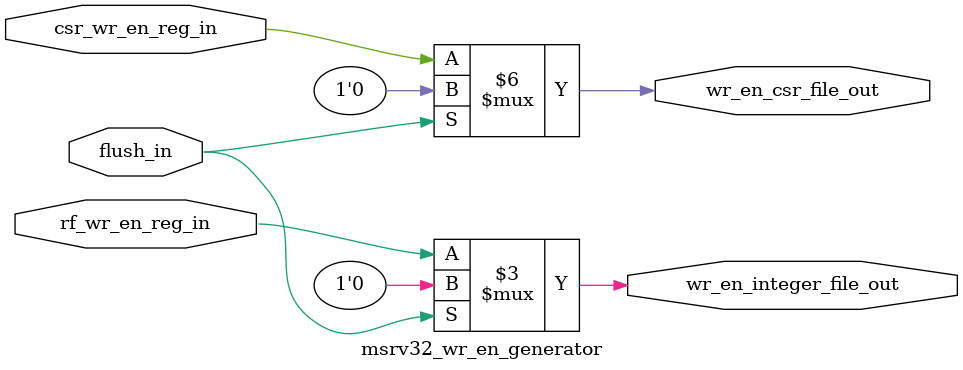
<source format=sv>
module msrv32_wr_en_generator(
							input 		flush_in,
							input 		rf_wr_en_reg_in,
							input		csr_wr_en_reg_in,
							output reg	wr_en_integer_file_out,
							output reg	wr_en_csr_file_out);

	always@(*)
		begin
			if(flush_in) begin
				wr_en_csr_file_out = 0;
				wr_en_integer_file_out = 0;
			end
			else begin
				wr_en_csr_file_out = csr_wr_en_reg_in;
				wr_en_integer_file_out = rf_wr_en_reg_in;
			end
				
		end
endmodule
</source>
